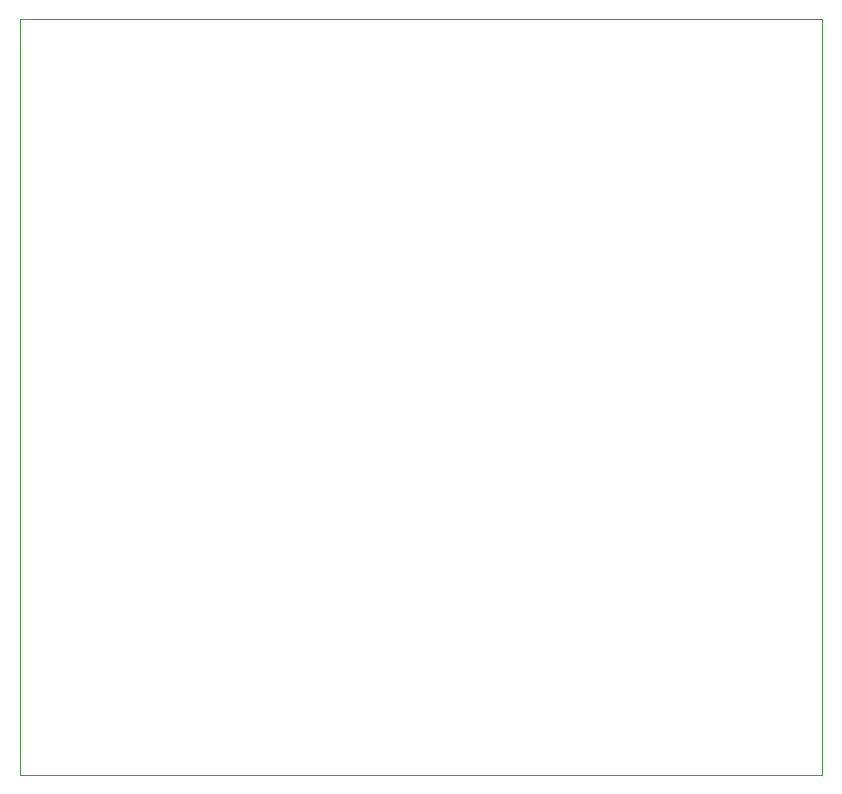
<source format=gbr>
%TF.GenerationSoftware,KiCad,Pcbnew,(7.0.0)*%
%TF.CreationDate,2023-03-21T01:24:05-04:00*%
%TF.ProjectId,PicoDMXStepper,5069636f-444d-4585-9374-65707065722e,v1*%
%TF.SameCoordinates,Original*%
%TF.FileFunction,Profile,NP*%
%FSLAX46Y46*%
G04 Gerber Fmt 4.6, Leading zero omitted, Abs format (unit mm)*
G04 Created by KiCad (PCBNEW (7.0.0)) date 2023-03-21 01:24:05*
%MOMM*%
%LPD*%
G01*
G04 APERTURE LIST*
%TA.AperFunction,Profile*%
%ADD10C,0.050000*%
%TD*%
G04 APERTURE END LIST*
D10*
X182400000Y-80518000D02*
X114554000Y-80518000D01*
X182397400Y-144526000D02*
X182400000Y-80518000D01*
X114551400Y-144526000D02*
X182397400Y-144526000D01*
X114554000Y-80518000D02*
X114551400Y-144526000D01*
M02*

</source>
